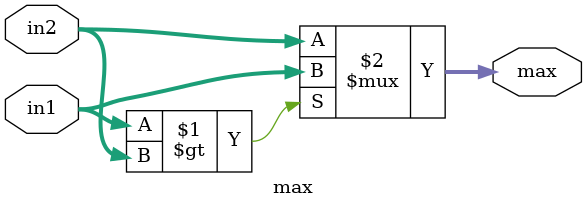
<source format=v>
module max #(parameter BIT_WIDTH = 8)(
	input signed[BIT_WIDTH-1:0] in1, in2,
	output signed[BIT_WIDTH-1:0] max
);

// signed comparison
assign max = (in1 > in2) ? in1 : in2;

endmodule
</source>
